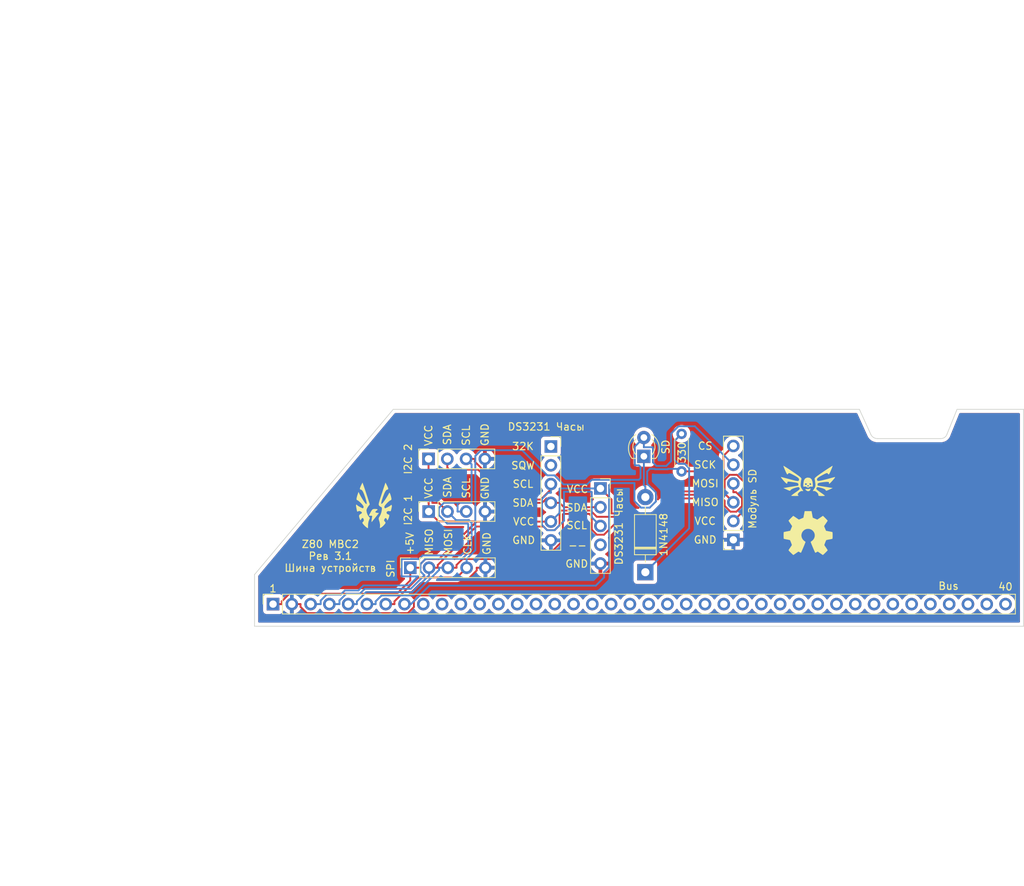
<source format=kicad_pcb>
(kicad_pcb (version 20221018) (generator pcbnew)
  (layers (0 "F.Cu" signal) (31 "B.Cu" signal) (34 "B.Paste" user) (35 "F.Paste" user) (36 "B.SilkS" user "B.Silkscreen") (37 "F.SilkS" user "F.Silkscreen") (38 "B.Mask" user) (39 "F.Mask" user) (44 "Edge.Cuts" user))
  (net 0 "")
  (net 1 "GND")
  (net 2 "+5V")
  (net 3 "Net-(D1-Pad1)")
  (net 4 "RST")
  (net 5 "Net-(D1-Pad2)")
  (net 8 "CSK")
  (net 9 "MISO")
  (net 10 "MOSI")
  (net 11 "SCL")
  (net 12 "SDA")
  (net 13 "RTS")
  (net 14 "TX")
  (net 15 "RX")
  (net 16 "SS")
  (net 17 "A1")
  (net 18 "A2")
  (net 19 "A3")
  (net 20 "A4")
  (net 21 "A5")
  (net 22 "A6")
  (net 23 "A7")
  (net 24 "NMI")
  (net 25 "A8")
  (net 26 "A9")
  (net 27 "A10")
  (net 28 "A11")
  (net 29 "A12")
  (net 30 "A13")
  (net 31 "A14")
  (net 32 "A15")
  (net 33 "IORQ")
  (net 34 "D4")
  (net 35 "D3")
  (net 36 "D5")
  (net 37 "D6")
  (net 38 "D2")
  (net 39 "D7")
  (net 40 "D0")
  (net 41 "D1")
  (net 42 "RD")
  (net 43 "WR")
  (net 44 "A0")
  (footprint "LED_THT:LED_D3.0mm" (layer "F.Cu") (at 109.9 86 90)
    (fp_text reference "D2" hide)
    (fp_text value "SD" (at 1.27 2.96 90) (layer "F.SilkS"))
    (pad "1" thru_hole rect (at 0 0 90) (size 1.8 1.8) (drill 0.9) (layers "*.Cu" "*.Mask") (net 5 "Net-(D1-Pad2)"))
    (pad "2" thru_hole circle (at 2.54 0 90) (size 1.8 1.8) (drill 0.9) (layers "*.Cu" "*.Mask") (net 8 "CSK"))
  )
  (footprint "LOGO" (layer "F.Cu") (at 132.1 89.3)
    (fp_text reference "G***" hide)
    (fp_text value "LOGO" hide)
  )
  (footprint "Diode_THT:D_DO-41_SOD81_P10.16mm_Horizontal" (layer "F.Cu") (at 110.1 101.68 90)
    (fp_text reference "D1" hide)
    (fp_text value "1N4148" (at 5.08 2.47 90) (layer "F.SilkS"))
    (pad "1" thru_hole rect (at 0 0 90) (size 2.2 2.2) (drill 1.1) (layers "*.Cu" "*.Mask") (net 3 "Net-(D1-Pad1)"))
    (pad "2" thru_hole oval (at 10.16 0 90) (size 2.2 2.2) (drill 1.1) (layers "*.Cu" "*.Mask") (net 5 "Net-(D1-Pad2)"))
  )
  (footprint "Connector_PinSocket_2.54mm:PinSocket_1x04_P2.54mm_Vertical_I2C" (layer "F.Cu") (at 80.8 93.475 90)
    (fp_text reference "J4" hide)
    (fp_text value "I2C 1" (at 0.2 -2.78 90) (layer "F.SilkS"))
    (fp_text user "VCC" (at 3.175 0 90 unlocked) (layer "F.SilkS"))
    (fp_text user "SDA" (at 3.3 2.54 90 unlocked) (layer "F.SilkS"))
    (fp_text user "GND" (at 3.175 7.62 90 unlocked) (layer "F.SilkS"))
    (fp_text user "SCL" (at 3.175 5.08 90 unlocked) (layer "F.SilkS"))
    (pad "1" thru_hole rect (at 0 0 90) (size 1.7 1.7) (drill 1) (layers "*.Cu" "*.Mask") (net 2 "+5V"))
    (pad "2" thru_hole oval (at 0 2.54 90) (size 1.7 1.7) (drill 1) (layers "*.Cu" "*.Mask") (net 12 "SDA"))
    (pad "3" thru_hole oval (at 0 5.08 90) (size 1.7 1.7) (drill 1) (layers "*.Cu" "*.Mask") (net 11 "SCL"))
    (pad "4" thru_hole oval (at 0 7.62 90) (size 1.7 1.7) (drill 1) (layers "*.Cu" "*.Mask") (net 1 "GND"))
  )
  (footprint "Resistor_THT:R_Axial_DIN0204_L3.6mm_D1.6mm_P5.08mm_Horizontal" (layer "F.Cu") (at 115 82.96 -90)
    (fp_text reference "R1" hide)
    (fp_text value "330" (at 2.54 -0.05 90) (layer "F.SilkS"))
    (pad "1" thru_hole circle (at 0 0 270) (size 1.4 1.4) (drill 0.7) (layers "*.Cu" "*.Mask") (net 3 "Net-(D1-Pad1)"))
    (pad "2" thru_hole oval (at 5.08 0 270) (size 1.4 1.4) (drill 0.7) (layers "*.Cu" "*.Mask") (net 16 "SS"))
  )
  (footprint "Connector_PinSocket_2.54mm:PinSocket_1x04_P2.54mm_Vertical_I2C" (layer "F.Cu") (at 80.78 86.35 90)
    (fp_text reference "J5" hide)
    (fp_text value "I2C 2" (at -0.025 -2.76 90) (layer "F.SilkS"))
    (fp_text user "GND" (at 3.275 7.62 90 unlocked) (layer "F.SilkS"))
    (fp_text user "VCC" (at 3.175 0 90 unlocked) (layer "F.SilkS"))
    (fp_text user "SCL" (at 3.175 5.08 90 unlocked) (layer "F.SilkS"))
    (fp_text user "SDA" (at 3.275 2.54 90 unlocked) (layer "F.SilkS"))
    (pad "1" thru_hole rect (at 0 0 90) (size 1.7 1.7) (drill 1) (layers "*.Cu" "*.Mask") (net 2 "+5V"))
    (pad "2" thru_hole oval (at 0 2.54 90) (size 1.7 1.7) (drill 1) (layers "*.Cu" "*.Mask") (net 12 "SDA"))
    (pad "3" thru_hole oval (at 0 5.08 90) (size 1.7 1.7) (drill 1) (layers "*.Cu" "*.Mask") (net 11 "SCL"))
    (pad "4" thru_hole oval (at 0 7.62 90) (size 1.7 1.7) (drill 1) (layers "*.Cu" "*.Mask") (net 1 "GND"))
  )
  (footprint "Connector_PinSocket_2.54mm:PinSocket_1x06_P2.54mm_Vertical_SD" (layer "F.Cu") (at 122 97.3 180)
    (fp_text reference "J2" hide)
    (fp_text value "Модуль SD" (at -2.6 5.55 90) (layer "F.SilkS"))
    (fp_text user "VCC" (at 3.81 2.54 unlocked) (layer "F.SilkS"))
    (fp_text user "MOSI" (at 3.81 7.62 unlocked) (layer "F.SilkS"))
    (fp_text user "CS" (at 3.81 12.7 unlocked) (layer "F.SilkS"))
    (fp_text user "GND" (at 3.81 0 unlocked) (layer "F.SilkS"))
    (fp_text user "MISO" (at 3.81 5.08 unlocked) (layer "F.SilkS"))
    (fp_text user "SCK" (at 3.81 10.16 unlocked) (layer "F.SilkS"))
    (pad "1" thru_hole rect (at 0 0 180) (size 1.7 1.7) (drill 1) (layers "*.Cu" "*.Mask") (net 1 "GND"))
    (pad "2" thru_hole oval (at 0 2.54 180) (size 1.7 1.7) (drill 1) (layers "*.Cu" "*.Mask") (net 2 "+5V"))
    (pad "3" thru_hole oval (at 0 5.08 180) (size 1.7 1.7) (drill 1) (layers "*.Cu" "*.Mask") (net 9 "MISO"))
    (pad "4" thru_hole oval (at 0 7.62 180) (size 1.7 1.7) (drill 1) (layers "*.Cu" "*.Mask") (net 10 "MOSI"))
    (pad "5" thru_hole oval (at 0 10.16 180) (size 1.7 1.7) (drill 1) (layers "*.Cu" "*.Mask") (net 8 "CSK"))
    (pad "6" thru_hole oval (at 0 12.7 180) (size 1.7 1.7) (drill 1) (layers "*.Cu" "*.Mask") (net 16 "SS"))
  )
  (footprint "LOGO" (layer "F.Cu") (at 73.4 92.7)
    (fp_text reference "G***" hide)
    (fp_text value "LOGO" hide)
  )
  (footprint "Connector_PinSocket_2.54mm:PinSocket_1x05_P2.54mm_Vertical" (layer "F.Cu") (at 104.025 90.35)
    (fp_text reference "J3" hide)
    (fp_text value "DS3231 Часы" (at 2.5 5.15 90) (layer "F.SilkS"))
    (fp_text user "VCC" (at -3.1 0.1 unlocked) (layer "F.SilkS"))
    (fp_text user "SCL" (at -3.2 5 unlocked) (layer "F.SilkS"))
    (fp_text user "--" (at -3.1 7.7 unlocked) (layer "F.SilkS"))
    (fp_text user "GND" (at -3.2 10.2 unlocked) (layer "F.SilkS"))
    (fp_text user "SDA" (at -3.2 2.6 unlocked) (layer "F.SilkS"))
    (pad "1" thru_hole rect (at 0 0) (size 1.7 1.7) (drill 1) (layers "*.Cu" "*.Mask") (net 2 "+5V"))
    (pad "2" thru_hole oval (at 0 2.54) (size 1.7 1.7) (drill 1) (layers "*.Cu" "*.Mask") (net 12 "SDA"))
    (pad "3" thru_hole oval (at 0 5.08) (size 1.7 1.7) (drill 1) (layers "*.Cu" "*.Mask") (net 11 "SCL"))
    (pad "4" thru_hole oval (at 0 7.62) (size 1.7 1.7) (drill 1) (layers "*.Cu" "*.Mask"))
    (pad "5" thru_hole oval (at 0 10.16) (size 1.7 1.7) (drill 1) (layers "*.Cu" "*.Mask") (net 1 "GND"))
  )
  (footprint "Symbol:OSHW-Symbol_6.7x6mm_SilkScreen" (layer "F.Cu") (at 132.1 96.4)
    (fp_text reference "REF**" hide)
    (fp_text value "OSHW-Symbol_6.7x6mm_SilkScreen" hide)
  )
  (footprint "Connector_PinSocket_2.54mm:PinSocket_1x06_P2.54mm_Vertical_RTC" (layer "F.Cu") (at 97.325 84.675)
    (fp_text reference "J1" hide)
    (fp_text value "DS3231 Часы" (at -0.625 -2.675 180) (layer "F.SilkS"))
    (fp_text user "32K" (at -3.775 -0.025 unlocked) (layer "F.SilkS"))
    (fp_text user "SCL" (at -3.775 5.075 unlocked) (layer "F.SilkS"))
    (fp_text user "SDA" (at -3.775 7.625 unlocked) (layer "F.SilkS"))
    (fp_text user "SQW" (at -3.775 2.575 unlocked) (layer "F.SilkS"))
    (fp_text user "VCC" (at -3.675 10.16 unlocked) (layer "F.SilkS"))
    (fp_text user "GND" (at -3.675 12.675 unlocked) (layer "F.SilkS"))
    (pad "1" thru_hole rect (at 0 0) (size 1.7 1.7) (drill 1) (layers "*.Cu" "*.Mask"))
    (pad "2" thru_hole oval (at 0 2.54) (size 1.7 1.7) (drill 1) (layers "*.Cu" "*.Mask"))
    (pad "3" thru_hole oval (at 0 5.08) (size 1.7 1.7) (drill 1) (layers "*.Cu" "*.Mask") (net 11 "SCL"))
    (pad "4" thru_hole oval (at 0 7.62) (size 1.7 1.7) (drill 1) (layers "*.Cu" "*.Mask") (net 12 "SDA"))
    (pad "5" thru_hole oval (at 0 10.16) (size 1.7 1.7) (drill 1) (layers "*.Cu" "*.Mask") (net 2 "+5V"))
    (pad "6" thru_hole oval (at 0 12.7) (size 1.7 1.7) (drill 1) (layers "*.Cu" "*.Mask") (net 1 "GND"))
  )
  (footprint "Connector_PinSocket_2.54mm:PinSocket_1x05_P2.54mm_Vertical" (layer "F.Cu") (at 78.31 101.075 90)
    (fp_text reference "J6" hide)
    (fp_text value "SPI" (at -0.125 -2.65 90) (layer "F.SilkS"))
    (fp_text user "CLK" (at 3.175 7.75 90 unlocked) (layer "F.SilkS"))
    (fp_text user "GND" (at 3.275 10.35 90 unlocked) (layer "F.SilkS"))
    (fp_text user "MISO" (at 3.475 2.55 90 unlocked) (layer "F.SilkS"))
    (fp_text user "+5V" (at 3.275 -0.05 90 unlocked) (layer "F.SilkS"))
    (fp_text user "MOSI" (at 3.475 5.15 90 unlocked) (layer "F.SilkS"))
    (pad "1" thru_hole rect (at 0 0 90) (size 1.7 1.7) (drill 1) (layers "*.Cu" "*.Mask") (net 2 "+5V"))
    (pad "2" thru_hole oval (at 0 2.54 90) (size 1.7 1.7) (drill 1) (layers "*.Cu" "*.Mask") (net 9 "MISO"))
    (pad "3" thru_hole oval (at 0 5.08 90) (size 1.7 1.7) (drill 1) (layers "*.Cu" "*.Mask") (net 10 "MOSI"))
    (pad "4" thru_hole oval (at 0 7.62 90) (size 1.7 1.7) (drill 1) (layers "*.Cu" "*.Mask") (net 8 "CSK"))
    (pad "5" thru_hole oval (at 0 10.16 90) (size 1.7 1.7) (drill 1) (layers "*.Cu" "*.Mask") (net 1 "GND"))
  )
  (footprint "Connector_PinSocket_2.54mm:PinSocket_1x40_P2.54mm_Vertical" (layer "F.Cu") (at 59.75 106 90)
    (fp_text reference "J10" hide)
    (fp_text value "Bus" (at 2.45 91.35 180) (layer "F.SilkS"))
    (fp_text user "40" (at 2.35 99.05 unlocked) (layer "F.SilkS"))
    (fp_text user "1" (at 2.1 0 unlocked) (layer "F.SilkS"))
    (pad "1" thru_hole rect (at 0 0 90) (size 1.7 1.7) (drill 1) (layers "*.Cu" "*.Mask") (net 2 "+5V"))
    (pad "2" thru_hole oval (at 0 2.54 90) (size 1.7 1.7) (drill 1) (layers "*.Cu" "*.Mask") (net 1 "GND"))
    (pad "3" thru_hole oval (at 0 5.08 90) (size 1.7 1.7) (drill 1) (layers "*.Cu" "*.Mask") (net 11 "SCL"))
    (pad "4" thru_hole oval (at 0 7.62 90) (size 1.7 1.7) (drill 1) (layers "*.Cu" "*.Mask") (net 12 "SDA"))
    (pad "5" thru_hole oval (at 0 10.16 90) (size 1.7 1.7) (drill 1) (layers "*.Cu" "*.Mask") (net 9 "MISO"))
    (pad "6" thru_hole oval (at 0 12.7 90) (size 1.7 1.7) (drill 1) (layers "*.Cu" "*.Mask") (net 10 "MOSI"))
    (pad "7" thru_hole oval (at 0 15.24 90) (size 1.7 1.7) (drill 1) (layers "*.Cu" "*.Mask") (net 8 "CSK"))
    (pad "8" thru_hole oval (at 0 17.78 90) (size 1.7 1.7) (drill 1) (layers "*.Cu" "*.Mask") (net 16 "SS"))
    (pad "9" thru_hole oval (at 0 20.32 90) (size 1.7 1.7) (drill 1) (layers "*.Cu" "*.Mask") (net 4 "RST"))
    (pad "10" thru_hole oval (at 0 22.86 90) (size 1.7 1.7) (drill 1) (layers "*.Cu" "*.Mask") (net 24 "NMI"))
    (pad "11" thru_hole oval (at 0 25.4 90) (size 1.7 1.7) (drill 1) (layers "*.Cu" "*.Mask") (net 44 "A0"))
    (pad "12" thru_hole oval (at 0 27.94 90) (size 1.7 1.7) (drill 1) (layers "*.Cu" "*.Mask") (net 17 "A1"))
    (pad "13" thru_hole oval (at 0 30.48 90) (size 1.7 1.7) (drill 1) (layers "*.Cu" "*.Mask") (net 18 "A2"))
    (pad "14" thru_hole oval (at 0 33.02 90) (size 1.7 1.7) (drill 1) (layers "*.Cu" "*.Mask") (net 19 "A3"))
    (pad "15" thru_hole oval (at 0 35.56 90) (size 1.7 1.7) (drill 1) (layers "*.Cu" "*.Mask") (net 20 "A4"))
    (pad "16" thru_hole oval (at 0 38.1 90) (size 1.7 1.7) (drill 1) (layers "*.Cu" "*.Mask") (net 21 "A5"))
    (pad "17" thru_hole oval (at 0 40.64 90) (size 1.7 1.7) (drill 1) (layers "*.Cu" "*.Mask") (net 22 "A6"))
    (pad "18" thru_hole oval (at 0 43.18 90) (size 1.7 1.7) (drill 1) (layers "*.Cu" "*.Mask") (net 23 "A7"))
    (pad "19" thru_hole oval (at 0 45.72 90) (size 1.7 1.7) (drill 1) (layers "*.Cu" "*.Mask") (net 25 "A8"))
    (pad "20" thru_hole oval (at 0 48.26 90) (size 1.7 1.7) (drill 1) (layers "*.Cu" "*.Mask") (net 26 "A9"))
    (pad "21" thru_hole oval (at 0 50.8 90) (size 1.7 1.7) (drill 1) (layers "*.Cu" "*.Mask") (net 27 "A10"))
    (pad "22" thru_hole oval (at 0 53.34 90) (size 1.7 1.7) (drill 1) (layers "*.Cu" "*.Mask") (net 28 "A11"))
    (pad "23" thru_hole oval (at 0 55.88 90) (size 1.7 1.7) (drill 1) (layers "*.Cu" "*.Mask") (net 29 "A12"))
    (pad "24" thru_hole oval (at 0 58.42 90) (size 1.7 1.7) (drill 1) (layers "*.Cu" "*.Mask") (net 30 "A13"))
    (pad "25" thru_hole oval (at 0 60.96 90) (size 1.7 1.7) (drill 1) (layers "*.Cu" "*.Mask") (net 31 "A14"))
    (pad "26" thru_hole oval (at 0 63.5 90) (size 1.7 1.7) (drill 1) (layers "*.Cu" "*.Mask") (net 32 "A15"))
    (pad "27" thru_hole oval (at 0 66.04 90) (size 1.7 1.7) (drill 1) (layers "*.Cu" "*.Mask") (net 40 "D0"))
    (pad "28" thru_hole oval (at 0 68.58 90) (size 1.7 1.7) (drill 1) (layers "*.Cu" "*.Mask") (net 41 "D1"))
    (pad "29" thru_hole oval (at 0 71.12 90) (size 1.7 1.7) (drill 1) (layers "*.Cu" "*.Mask") (net 38 "D2"))
    (pad "30" thru_hole oval (at 0 73.66 90) (size 1.7 1.7) (drill 1) (layers "*.Cu" "*.Mask") (net 35 "D3"))
    (pad "31" thru_hole oval (at 0 76.2 90) (size 1.7 1.7) (drill 1) (layers "*.Cu" "*.Mask") (net 34 "D4"))
    (pad "32" thru_hole oval (at 0 78.74 90) (size 1.7 1.7) (drill 1) (layers "*.Cu" "*.Mask") (net 36 "D5"))
    (pad "33" thru_hole oval (at 0 81.28 90) (size 1.7 1.7) (drill 1) (layers "*.Cu" "*.Mask") (net 37 "D6"))
    (pad "34" thru_hole oval (at 0 83.82 90) (size 1.7 1.7) (drill 1) (layers "*.Cu" "*.Mask") (net 39 "D7"))
    (pad "35" thru_hole oval (at 0 86.36 90) (size 1.7 1.7) (drill 1) (layers "*.Cu" "*.Mask") (net 13 "RTS"))
    (pad "36" thru_hole oval (at 0 88.9 90) (size 1.7 1.7) (drill 1) (layers "*.Cu" "*.Mask") (net 14 "TX"))
    (pad "37" thru_hole oval (at 0 91.44 90) (size 1.7 1.7) (drill 1) (layers "*.Cu" "*.Mask") (net 15 "RX"))
    (pad "38" thru_hole oval (at 0 93.98 90) (size 1.7 1.7) (drill 1) (layers "*.Cu" "*.Mask") (net 42 "RD"))
    (pad "39" thru_hole oval (at 0 96.52 90) (size 1.7 1.7) (drill 1) (layers "*.Cu" "*.Mask") (net 43 "WR"))
    (pad "40" thru_hole oval (at 0 99.06 90) (size 1.7 1.7) (drill 1) (layers "*.Cu" "*.Mask") (net 33 "IORQ"))
  )
  (gr_line (start 161.25 109) (end 161.25 79.65) (stroke (width 0.1)) (layer "Edge.Cuts"))
  (gr_arc (start 141.45 83.599999) (mid 140.93662 83.438666) (end 140.589207 83.027703) (stroke (width 0.1)) (layer "Edge.Cuts"))
  (gr_line (start 139.05 79.65) (end 76 79.65) (stroke (width 0.1)) (layer "Edge.Cuts"))
  (gr_line (start 161.25 79.65) (end 152.25 79.65) (stroke (width 0.1)) (layer "Edge.Cuts"))
  (gr_line (start 57.25 102) (end 57.25 109) (stroke (width 0.1)) (layer "Edge.Cuts"))
  (gr_arc (start 150.886972 83.014976) (mid 150.565238 83.445907) (end 150.05 83.6) (stroke (width 0.1)) (layer "Edge.Cuts"))
  (gr_line (start 150.886972 83.014976) (end 152.25 79.65) (stroke (width 0.1)) (layer "Edge.Cuts"))
  (gr_line (start 139.05 79.65) (end 140.589207 83.027703) (stroke (width 0.1)) (layer "Edge.Cuts"))
  (gr_line (start 141.45 83.6) (end 150.05 83.6) (stroke (width 0.1)) (layer "Edge.Cuts"))
  (gr_line (start 57.25 109) (end 161.25 109) (stroke (width 0.1)) (layer "Edge.Cuts"))
  (gr_line (start 76 79.65) (end 57.25 102) (stroke (width 0.1)) (layer "Edge.Cuts"))
  (gr_text "Z80 MBC2\nРев 3.1\nШина устройств" (at 67.5 99.5) (layer "F.SilkS") (effects (font (size 1 1))))
  (segment (start 62.29 106) (end 63.4653 106) (width 0.25) (layer "F.Cu") (net 1))
  (segment (start 105.2003 100.51) (end 108.4103 97.3) (width 0.25) (layer "F.Cu") (net 1))
  (segment (start 78.8 105.6078) (end 79.5831 104.8247) (width 0.25) (layer "F.Cu") (net 1))
  (segment (start 104.025 100.51) (end 105.2003 100.51) (width 0.25) (layer "F.Cu") (net 1))
  (segment (start 77.9787 107.22) (end 78.8 106.3987) (width 0.25) (layer "F.Cu") (net 1))
  (segment (start 63.4653 106) (end 63.4653 106.3673) (width 0.25) (layer "F.Cu") (net 1))
  (segment (start 88.47 101.075) (end 87.2947 101.075) (width 0.25) (layer "F.Cu") (net 1))
  (segment (start 83.9123 104.8247) (end 87.2947 101.4423) (width 0.25) (layer "F.Cu") (net 1))
  (segment (start 78.8 106.3987) (end 78.8 105.6078) (width 0.25) (layer "F.Cu") (net 1))
  (segment (start 87.2947 101.4423) (end 87.2947 101.075) (width 0.25) (layer "F.Cu") (net 1))
  (segment (start 64.318 107.22) (end 77.9787 107.22) (width 0.25) (layer "F.Cu") (net 1))
  (segment (start 63.4653 106.3673) (end 64.318 107.22) (width 0.25) (layer "F.Cu") (net 1))
  (segment (start 79.5831 104.8247) (end 83.9123 104.8247) (width 0.25) (layer "F.Cu") (net 1))
  (segment (start 108.4103 97.3) (end 122 97.3) (width 0.25) (layer "F.Cu") (net 1))
  (segment (start 88.42 93.475) (end 88.42 92.2997) (width 0.25) (layer "B.Cu") (net 1))
  (segment (start 104.025 100.51) (end 102.8497 100.51) (width 0.25) (layer "B.Cu") (net 1))
  (segment (start 88.4 92.2797) (end 88.4 86.35) (width 0.25) (layer "B.Cu") (net 1))
  (segment (start 88.47 99.8997) (end 88.47 97.4125) (width 0.25) (layer "B.Cu") (net 1))
  (segment (start 102.8497 100.51) (end 99.7147 97.375) (width 0.25) (layer "B.Cu") (net 1))
  (segment (start 96.1122 97.4125) (end 88.47 97.4125) (width 0.25) (layer "B.Cu") (net 1))
  (segment (start 97.325 97.375) (end 96.1497 97.375) (width 0.25) (layer "B.Cu") (net 1))
  (segment (start 99.7147 97.375) (end 97.325 97.375) (width 0.25) (layer "B.Cu") (net 1))
  (segment (start 96.1497 97.375) (end 96.1122 97.4125) (width 0.25) (layer "B.Cu") (net 1))
  (segment (start 88.47 97.4125) (end 88.42 97.3625) (width 0.25) (layer "B.Cu") (net 1))
  (segment (start 88.42 97.3625) (end 88.42 93.475) (width 0.25) (layer "B.Cu") (net 1))
  (segment (start 88.42 92.2997) (end 88.4 92.2797) (width 0.25) (layer "B.Cu") (net 1))
  (segment (start 88.47 101.075) (end 88.47 99.8997) (width 0.25) (layer "B.Cu") (net 1))
  (segment (start 87.198641 94.898641) (end 84.031141 98.066141) (width 0.25) (layer "F.Cu") (net 2))
  (segment (start 120.64952 90.75048) (end 120.825489 90.574511) (width 0.25) (layer "F.Cu") (net 2))
  (segment (start 87.262282 94.835) (end 97.325 94.835) (width 0.25) (layer "F.Cu") (net 2))
  (segment (start 59.75 106) (end 60.9253 106) (width 0.25) (layer "F.Cu") (net 2))
  (segment (start 80.8 92.2997) (end 80.78 92.2797) (width 0.25) (layer "F.Cu") (net 2))
  (segment (start 79.675489 100.588501) (end 80.363501 99.900489) (width 0.25) (layer "F.Cu") (net 2))
  (segment (start 120.825489 89.193501) (end 121.513501 88.505489) (width 0.25) (layer "F.Cu") (net 2))
  (segment (start 123.6463 89.66529) (end 123.6463 93.1137) (width 0.25) (layer "F.Cu") (net 2))
  (segment (start 121.513501 88.505489) (end 122.486499 88.505489) (width 0.25) (layer "F.Cu") (net 2))
  (segment (start 123.6463 93.1137) (end 122 94.76) (width 0.25) (layer "F.Cu") (net 2))
  (segment (start 104.025 90.35) (end 105.53458 91.85958) (width 0.25) (layer "F.Cu") (net 2))
  (segment (start 76.5 104.6) (end 78.31 102.79) (width 0.25) (layer "F.Cu") (net 2))
  (segment (start 105.53458 91.85958) (end 105.53458 93.73458) (width 0.25) (layer "F.Cu") (net 2))
  (segment (start 87.1 94.8) (end 87.198641 94.898641) (width 0.25) (layer "F.Cu") (net 2))
  (segment (start 80.8 93.475) (end 82.125 94.8) (width 0.25) (layer "F.Cu") (net 2))
  (segment (start 82.196793 99.900489) (end 84.031141 98.066141) (width 0.25) (layer "F.Cu") (net 2))
  (segment (start 60.9253 106) (end 60.9253 105.6327) (width 0.25) (layer "F.Cu") (net 2))
  (segment (start 79.675489 101.075) (end 79.675489 100.588501) (width 0.25) (layer "F.Cu") (net 2))
  (segment (start 84.031141 98.066141) (end 87.262282 94.835) (width 0.25) (layer "F.Cu") (net 2))
  (segment (start 80.363501 99.900489) (end 82.196793 99.900489) (width 0.25) (layer "F.Cu") (net 2))
  (segment (start 78.31 101.075) (end 79.675489 101.075) (width 0.25) (layer "F.Cu") (net 2))
  (segment (start 80.8 93.475) (end 80.8 92.2997) (width 0.25) (layer "F.Cu") (net 2))
  (segment (start 110.96762 93.73458) (end 113.951721 90.75048) (width 0.25) (layer "F.Cu") (net 2))
  (segment (start 78.31 102.79) (end 78.31 101.075) (width 0.25) (layer "F.Cu") (net 2))
  (segment (start 80.78 92.2797) (end 80.78 86.35) (width 0.25) (layer "F.Cu") (net 2))
  (segment (start 61.958 104.6) (end 76.5 104.6) (width 0.25) (layer "F.Cu") (net 2))
  (segment (start 113.951721 90.75048) (end 120.64952 90.75048) (width 0.25) (layer "F.Cu") (net 2))
  (segment (start 122.486499 88.505489) (end 123.6463 89.66529) (width 0.25) (layer "F.Cu") (net 2))
  (segment (start 82.125 94.8) (end 87.1 94.8) (width 0.25) (layer "F.Cu") (net 2))
  (segment (start 60.9253 105.6327) (end 61.958 104.6) (width 0.25) (layer "F.Cu") (net 2))
  (segment (start 120.825489 90.574511) (end 120.825489 89.193501) (width 0.25) (layer "F.Cu") (net 2))
  (segment (start 105.53458 93.73458) (end 110.96762 93.73458) (width 0.25) (layer "F.Cu") (net 2))
  (segment (start 97.325 94.835) (end 98.499511 93.660489) (width 0.25) (layer "B.Cu") (net 2))
  (segment (start 98.499511 90.399511) (end 98.549022 90.35) (width 0.25) (layer "B.Cu") (net 2))
  (segment (start 98.499511 93.660489) (end 98.499511 90.399511) (width 0.25) (layer "B.Cu") (net 2))
  (segment (start 98.549022 90.35) (end 104.025 90.35) (width 0.25) (layer "B.Cu") (net 2))
  (segment (start 114.02952 86.469376) (end 114.575633 87.015489) (width 0.25) (layer "B.Cu") (net 3))
  (segment (start 116.024511 95.755489) (end 110.1 101.68) (width 0.25) (layer "B.Cu") (net 3))
  (segment (start 114.575633 87.015489) (end 115.424367 87.015489) (width 0.25) (layer "B.Cu") (net 3))
  (segment (start 115 82.96) (end 114.02952 83.93048) (width 0.25) (layer "B.Cu") (net 3))
  (segment (start 115.424367 87.015489) (end 116.024511 87.615633) (width 0.25) (layer "B.Cu") (net 3))
  (segment (start 114.02952 83.93048) (end 114.02952 86.469376) (width 0.25) (layer "B.Cu") (net 3))
  (segment (start 116.024511 87.615633) (end 116.024511 95.755489) (width 0.25) (layer "B.Cu") (net 3))
  (segment (start 110.1 90.0947) (end 109.9 89.8947) (width 0.25) (layer "B.Cu") (net 5))
  (segment (start 109.9 89.8947) (end 109.9 86) (width 0.25) (layer "B.Cu") (net 5))
  (segment (start 110.1 91.52) (end 110.1 90.0947) (width 0.25) (layer "B.Cu") (net 5))
  (segment (start 84.6068 102.3982) (end 85.93 101.075) (width 0.25) (layer "F.Cu") (net 8))
  (segment (start 74.99 106) (end 76.1653 106) (width 0.25) (layer "F.Cu") (net 8))
  (segment (start 79.3998 102.3982) (end 84.6068 102.3982) (width 0.25) (layer "F.Cu") (net 8))
  (segment (start 76.1653 105.6327) (end 79.3998 102.3982) (width 0.25) (layer "F.Cu") (net 8))
  (segment (start 76.1653 106) (end 76.1653 105.6327) (width 0.25) (layer "F.Cu") (net 8))
  (segment (start 113.58 82.931122) (end 114.575633 81.935489) (width 0.25) (layer "B.Cu") (net 8))
  (segment (start 108.675489 84.684511) (end 109.9 83.46) (width 0.25) (layer "B.Cu") (net 8))
  (segment (start 109.9 84.775489) (end 111.124511 84.775489) (width 0.25) (layer "B.Cu") (net 8))
  (segment (start 112.935573 87.3) (end 113.58 86.655573) (width 0.25) (layer "B.Cu") (net 8))
  (segment (start 116.795489 81.935489) (end 122 87.14) (width 0.25) (layer "B.Cu") (net 8))
  (segment (start 109.9 83.46) (end 109.9 84.775489) (width 0.25) (layer "B.Cu") (net 8))
  (segment (start 102.225978 89.8) (end 102.850489 89.175489) (width 0.25) (layer "B.Cu") (net 8))
  (segment (start 111.124511 86.824511) (end 111.6 87.3) (width 0.25) (layer "B.Cu") (net 8))
  (segment (start 96.838501 88.580489) (end 97.811499 88.580489) (width 0.25) (layer "B.Cu") (net 8))
  (segment (start 85.93 101.075) (end 85.93 99.8997) (width 0.25) (layer "B.Cu") (net 8))
  (segment (start 108.675489 87.224511) (end 108.675489 84.684511) (width 0.25) (layer "B.Cu") (net 8))
  (segment (start 111.124511 84.775489) (end 111.124511 86.824511) (width 0.25) (layer "B.Cu") (net 8))
  (segment (start 85.93 99.8997) (end 87.1053 98.7244) (width 0.25) (layer "B.Cu") (net 8))
  (segment (start 109.45048 88.94952) (end 109.45048 87.45048) (width 0.25) (layer "B.Cu") (net 8))
  (segment (start 102.850489 89.175489) (end 109.224511 89.175489) (width 0.25) (layer "B.Cu") (net 8))
  (segment (start 109.224511 87.224511) (end 108.675489 87.224511) (width 0.25) (layer "B.Cu") (net 8))
  (segment (start 109.45048 87.45048) (end 109.224511 87.224511) (width 0.25) (layer "B.Cu") (net 8))
  (segment (start 97.811499 88.580489) (end 99.03101 89.8) (width 0.25) (layer "B.Cu") (net 8))
  (segment (start 93.433501 85.175489) (end 96.838501 88.580489) (width 0.25) (layer "B.Cu") (net 8))
  (segment (start 99.03101 89.8) (end 102.225978 89.8) (width 0.25) (layer "B.Cu") (net 8))
  (segment (start 87.1053 85.9534) (end 87.883211 85.175489) (width 0.25) (layer "B.Cu") (net 8))
  (segment (start 111.6 87.3) (end 112.935573 87.3) (width 0.25) (layer "B.Cu") (net 8))
  (segment (start 114.575633 81.935489) (end 116.795489 81.935489) (width 0.25) (layer "B.Cu") (net 8))
  (segment (start 113.58 86.655573) (end 113.58 82.931122) (width 0.25) (layer "B.Cu") (net 8))
  (segment (start 87.883211 85.175489) (end 93.433501 85.175489) (width 0.25) (layer "B.Cu") (net 8))
  (segment (start 87.1053 98.7244) (end 87.1053 85.9534) (width 0.25) (layer "B.Cu") (net 8))
  (segment (start 109.224511 89.175489) (end 109.45048 88.94952) (width 0.25) (layer "B.Cu") (net 8))
  (segment (start 97.811499 96.009511) (end 98.499511 95.321499) (width 0.25) (layer "F.Cu") (net 9))
  (segment (start 82.0253 100.7077) (end 87.233 95.5) (width 0.25) (layer "F.Cu") (net 9))
  (segment (start 80.85 101.075) (end 82.0253 101.075) (width 0.25) (layer "F.Cu") (net 9))
  (segment (start 87.233 95.5) (end 96.32899 95.5) (width 0.25) (layer "F.Cu") (net 9))
  (segment (start 103.53056 94.1841) (end 111.153818 94.1841) (width 0.25) (layer "F.Cu") (net 9))
  (segment (start 111.153818 94.1841) (end 114.137918 91.2) (width 0.25) (layer "F.Cu") (net 9))
  (segment (start 98.66048 93.33952) (end 102.68598 93.33952) (width 0.25) (layer "F.Cu") (net 9))
  (segment (start 96.32899 95.5) (end 96.838501 96.009511) (width 0.25) (layer "F.Cu") (net 9))
  (segment (start 98.499511 95.321499) (end 98.499511 93.500489) (width 0.25) (layer "F.Cu") (net 9))
  (segment (start 96.838501 96.009511) (end 97.811499 96.009511) (width 0.25) (layer "F.Cu") (net 9))
  (segment (start 114.137918 91.2) (end 120.98 91.2) (width 0.25) (layer "F.Cu") (net 9))
  (segment (start 82.0253 101.075) (end 82.0253 100.7077) (width 0.25) (layer "F.Cu") (net 9))
  (segment (start 120.98 91.2) (end 122 92.22) (width 0.25) (layer "F.Cu") (net 9))
  (segment (start 102.68598 93.33952) (end 103.53056 94.1841) (width 0.25) (layer "F.Cu") (net 9))
  (segment (start 98.499511 93.500489) (end 98.66048 93.33952) (width 0.25) (layer "F.Cu") (net 9))
  (segment (start 69.91 106) (end 71.0853 106) (width 0.25) (layer "B.Cu") (net 9))
  (segment (start 71.0853 106) (end 71.0853 105.6327) (width 0.25) (layer "B.Cu") (net 9))
  (segment (start 80.85 102.101582) (end 80.85 101.075) (width 0.25) (layer "B.Cu") (net 9))
  (segment (start 72.34282 104.37518) (end 78.576402 104.37518) (width 0.25) (layer "B.Cu") (net 9))
  (segment (start 71.0853 105.6327) (end 72.34282 104.37518) (width 0.25) (layer "B.Cu") (net 9))
  (segment (start 78.576402 104.37518) (end 80.85 102.101582) (width 0.25) (layer "B.Cu") (net 9))
  (segment (start 102.850489 95.916499) (end 103.538501 96.604511) (width 0.25) (layer "F.Cu") (net 10))
  (segment (start 98.949031 97.411979) (end 98.949031 93.850969) (width 0.25) (layer "F.Cu") (net 10))
  (segment (start 104.511499 96.604511) (end 106.48239 94.63362) (width 0.25) (layer "F.Cu") (net 10))
  (segment (start 102.499782 93.78904) (end 102.850489 94.139747) (width 0.25) (layer "F.Cu") (net 10))
  (segment (start 96.46131 99.8997) (end 98.949031 97.411979) (width 0.25) (layer "F.Cu") (net 10))
  (segment (start 120.5 91.7) (end 120.825489 92.025489) (width 0.25) (layer "F.Cu") (net 10))
  (segment (start 123.1753 92.7295) (end 123.1753 91.6632) (width 0.25) (layer "F.Cu") (net 10))
  (segment (start 98.949031 93.850969) (end 99.01096 93.78904) (width 0.25) (layer "F.Cu") (net 10))
  (segment (start 122.4148 93.49) (end 123.1753 92.7295) (width 0.25) (layer "F.Cu") (net 10))
  (segment (start 102.850489 94.139747) (end 102.850489 95.916499) (width 0.25) (layer "F.Cu") (net 10))
  (segment (start 85.3732 99.8997) (end 96.46131 99.8997) (width 0.25) (layer "F.Cu") (net 10))
  (segment (start 120.825489 92.025489) (end 120.825489 92.706499) (width 0.25) (layer "F.Cu") (net 10))
  (segment (start 111.340016 94.63362) (end 114.273636 91.7) (width 0.25) (layer "F.Cu") (net 10))
  (segment (start 106.48239 94.63362) (end 111.340016 94.63362) (width 0.25) (layer "F.Cu") (net 10))
  (segment (start 99.01096 93.78904) (end 102.499782 93.78904) (width 0.25) (layer "F.Cu") (net 10))
  (segment (start 114.273636 91.7) (end 120.5 91.7) (width 0.25) (layer "F.Cu") (net 10))
  (segment (start 123.1753 91.6632) (end 122.3674 90.8553) (width 0.25) (layer "F.Cu") (net 10))
  (segment (start 122 90.8553) (end 122 89.68) (width 0.25) (layer "F.Cu") (net 10))
  (segment (start 83.39 101.075) (end 84.5653 101.075) (width 0.25) (layer "F.Cu") (net 10))
  (segment (start 84.5653 100.7076) (end 85.3732 99.8997) (width 0.25) (layer "F.Cu") (net 10))
  (segment (start 120.825489 92.706499) (end 121.60899 93.49) (width 0.25) (layer "F.Cu") (net 10))
  (segment (start 121.60899 93.49) (end 122.4148 93.49) (width 0.25) (layer "F.Cu") (net 10))
  (segment (start 103.538501 96.604511) (end 104.511499 96.604511) (width 0.25) (layer "F.Cu") (net 10))
  (segment (start 84.5653 101.075) (end 84.5653 100.7076) (width 0.25) (layer "F.Cu") (net 10))
  (segment (start 122.3674 90.8553) (end 122 90.8553) (width 0.25) (layer "F.Cu") (net 10))
  (segment (start 82.2147 101.3726) (end 82.2147 101.075) (width 0.25) (layer "B.Cu") (net 10))
  (segment (start 72.45 106) (end 73.6253 106) (width 0.25) (layer "B.Cu") (net 10))
  (segment (start 78.7626 104.8247) (end 82.2147 101.3726) (width 0.25) (layer "B.Cu") (net 10))
  (segment (start 83.39 101.075) (end 82.2147 101.075) (width 0.25) (layer "B.Cu") (net 10))
  (segment (start 74.4332 104.8247) (end 78.7626 104.8247) (width 0.25) (layer "B.Cu") (net 10))
  (segment (start 73.6253 106) (end 73.6253 105.6326) (width 0.25) (layer "B.Cu") (net 10))
  (segment (start 73.6253 105.6326) (end 74.4332 104.8247) (width 0.25) (layer "B.Cu") (net 10))
  (segment (start 85.86 86.35) (end 87.0353 86.35) (width 0.25) (layer "F.Cu") (net 11))
  (segment (start 92.16348 91.84548) (end 95.95452 91.84548) (width 0.25) (layer "F.Cu") (net 11))
  (segment (start 87.0353 86.35) (end 87.0353 86.7173) (width 0.25) (layer "F.Cu") (net 11))
  (segment (start 87.0353 86.7173) (end 92.16348 91.84548) (width 0.25) (layer "F.Cu") (net 11))
  (segment (start 97.325 90.475) (end 97.325 89.755) (width 0.25) (layer "F.Cu") (net 11))
  (segment (start 95.95452 91.84548) (end 97.325 90.475) (width 0.25) (layer "F.Cu") (net 11))
  (segment (start 85.147784 99.41048) (end 86.15048 98.407784) (width 0.25) (layer "B.Cu") (net 11))
  (segment (start 86.6 92.2872) (end 83.8822 92.2872) (width 0.25) (layer "B.Cu") (net 11))
  (segment (start 84.7047 92.3047) (end 84.7047 93.475) (width 0.25) (layer "B.Cu") (net 11))
  (segment (start 86.15048 98.407784) (end 86.15048 95.186198) (width 0.25) (layer "B.Cu") (net 11))
  (segment (start 97.811499 96.009511) (end 99.1 94.72101) (width 0.25) (layer "B.Cu") (net 11))
  (segment (start 97.325 90.9303) (end 96.9577 90.9303) (width 0.25) (layer "B.Cu") (net 11))
  (segment (start 79.97452 99.41048) (end 85.147784 99.41048) (width 0.25) (layer "B.Cu") (net 11))
  (segment (start 96.1116 95.28261) (end 96.838501 96.009511) (width 0.25) (layer "B.Cu") (net 11))
  (segment (start 67.00899 104.7) (end 68.913272 104.7) (width 0.25) (layer "B.Cu") (net 11))
  (segment (start 96.838501 96.009511) (end 97.811499 96.009511) (width 0.25) (layer "B.Cu") (net 11))
  (segment (start 77.135489 102.249511) (end 77.135489 99.900489) (width 0.25) (layer "B.Cu") (net 11))
  (segment (start 82.165489 92.988501) (end 82.86679 92.2872) (width 0.25) (layer "B.Cu") (net 11))
  (segment (start 79.350489 102.249511) (end 77.135489 102.249511) (width 0.25) (layer "B.Cu") (net 11))
  (segment (start 102.850489 94.255489) (end 104.025 95.43) (width 0.25) (layer "B.Cu") (net 11))
  (segment (start 102.850489 90.850489) (end 102.850489 94.255489) (width 0.25) (layer "B.Cu") (net 11))
  (segment (start 66.195489 106) (end 66.195489 105.513501) (width 0.25) (layer "B.Cu") (net 11))
  (segment (start 85.86 86.35) (end 86.6 87.09) (width 0.25) (layer "B.Cu") (net 11))
  (segment (start 82.165489 93.961499) (end 82.165489 92.988501) (width 0.25) (layer "B.Cu") (net 11))
  (segment (start 84.7047 93.475) (end 85.88 93.475) (width 0.25) (layer "B.Cu") (net 11))
  (segment (start 97.325 89.755) (end 97.325 90.9303) (width 0.25) (layer "B.Cu") (net 11))
  (segment (start 82.86679 92.2872) (end 83.8822 92.2872) (width 0.25) (layer "B.Cu") (net 11))
  (segment (start 71.970426 103.47614) (end 78.12386 103.47614) (width 0.25) (layer "B.Cu") (net 11))
  (segment (start 96.9577 90.9303) (end 96.1116 91.7764) (width 0.25) (layer "B.Cu") (net 11))
  (segment (start 86.063313 95.099031) (end 83.303021 95.099031) (width 0.25) (layer "B.Cu") (net 11))
  (segment (start 77.135489 99.900489) (end 79.484511 99.900489) (width 0.25) (layer "B.Cu") (net 11))
  (segment (start 99.1 94.72101) (end 99.1 90.79952) (width 0.25) (layer "B.Cu") (net 11))
  (segment (start 96.1116 91.7764) (end 96.1116 95.28261) (width 0.25) (layer "B.Cu") (net 11))
  (segment (start 99.1 90.79952) (end 102.79952 90.79952) (width 0.25) (layer "B.Cu") (net 11))
  (segment (start 68.913272 104.7) (end 69.462793 104.15048) (width 0.25) (layer "B.Cu") (net 11))
  (segment (start 78.12386 103.47614) (end 79.350489 102.249511) (width 0.25) (layer "B.Cu") (net 11))
  (segment (start 83.303021 95.099031) (end 82.165489 93.961499) (width 0.25) (layer "B.Cu") (net 11))
  (segment (start 66.195489 105.513501) (end 67.00899 104.7) (width 0.25) (layer "B.Cu") (net 11))
  (segment (start 79.484511 99.900489) (end 79.97452 99.41048) (width 0.25) (layer "B.Cu") (net 11))
  (segment (start 71.296085 104.15048) (end 71.970426 103.47614) (width 0.25) (layer "B.Cu") (net 11))
  (segment (start 86.15048 95.186198) (end 86.063313 95.099031) (width 0.25) (layer "B.Cu") (net 11))
  (segment (start 64.83 106) (end 66.195489 106) (width 0.25) (layer "B.Cu") (net 11))
  (segment (start 69.462793 104.15048) (end 71.296085 104.15048) (width 0.25) (layer "B.Cu") (net 11))
  (segment (start 86.6 87.09) (end 86.6 92.2872) (width 0.25) (layer "B.Cu") (net 11))
  (segment (start 102.79952 90.79952) (end 102.850489 90.850489) (width 0.25) (layer "B.Cu") (net 11))
  (segment (start 83.32 87.52) (end 83.6 87.8) (width 0.25) (layer "F.Cu") (net 12))
  (segment (start 97.325 92.295) (end 96.732859 91.702859) (width 0.25) (layer "F.Cu") (net 12))
  (segment (start 83.6 87.8) (end 81.7 87.8) (width 0.25) (layer "F.Cu") (net 12))
  (segment (start 104.025 92.89) (end 102.8497 92.89) (width 0.25) (layer "F.Cu") (net 12))
  (segment (start 87.482282 87.8) (end 83.6 87.8) (width 0.25) (layer "F.Cu") (net 12))
  (segment (start 96.732859 91.702859) (end 96.140717 92.295) (width 0.25) (layer "F.Cu") (net 12))
  (segment (start 97.325 92.295) (end 98.5003 92.295) (width 0.25) (layer "F.Cu") (net 12))
  (segment (start 83.32 86.35) (end 83.32 87.52) (width 0.25) (layer "F.Cu") (net 12))
  (segment (start 81.7 87.8) (end 81.3 88.2) (width 0.25) (layer "F.Cu") (net 12))
  (segment (start 99.0953 92.89) (end 102.8497 92.89) (width 0.25) (layer "F.Cu") (net 12))
  (segment (start 96.140717 92.295) (end 91.977282 92.295) (width 0.25) (layer "F.Cu") (net 12))
  (segment (start 98.5003 92.295) (end 99.0953 92.89) (width 0.25) (layer "F.Cu") (net 12))
  (segment (start 82.165489 92.300489) (end 83.34 93.475) (width 0.25) (layer "F.Cu") (net 12))
  (segment (start 91.977282 92.295) (end 87.482282 87.8) (width 0.25) (layer "F.Cu") (net 12))
  (segment (start 81.3 88.267) (end 81.3 92.300489) (width 0.25) (layer "F.Cu") (net 12))
  (segment (start 81.3 92.300489) (end 82.165489 92.300489) (width 0.25) (layer "F.Cu") (net 12))
  (segment (start 68.735489 105.513501) (end 69.64899 104.6) (width 0.25) (layer "B.Cu") (net 12))
  (segment (start 86.6 95) (end 86.249511 94.649511) (width 0.25) (layer "B.Cu") (net 12))
  (segment (start 79.675489 101.561499) (end 79.675489 100.588501) (width 0.25) (layer "B.Cu") (net 12))
  (segment (start 80.40399 99.86) (end 85.48048 99.86) (width 0.25) (layer "B.Cu") (net 12))
  (segment (start 71.482282 104.6) (end 72.156623 103.92566) (width 0.25) (layer "B.Cu") (net 12))
  (segment (start 84.514511 94.649511) (end 83.34 93.475) (width 0.25) (layer "B.Cu") (net 12))
  (segment (start 80.214927 102.100937) (end 79.675489 101.561499) (width 0.25) (layer "B.Cu") (net 12))
  (segment (start 85.48048 99.713502) (end 86.6 98.593982) (width 0.25) (layer "B.Cu") (net 12))
  (segment (start 68.735489 106) (end 68.735489 105.513501) (width 0.25) (layer "B.Cu") (net 12))
  (segment (start 72.156623 103.92566) (end 78.390204 103.92566) (width 0.25) (layer "B.Cu") (net 12))
  (segment (start 78.390204 103.92566) (end 80.214927 102.100937) (width 0.25) (layer "B.Cu") (net 12))
  (segment (start 85.48048 99.86) (end 85.48048 99.713502) (width 0.25) (layer "B.Cu") (net 12))
  (segment (start 67.37 106) (end 68.735489 106) (width 0.25) (layer "B.Cu") (net 12))
  (segment (start 86.249511 94.649511) (end 84.514511 94.649511) (width 0.25) (layer "B.Cu") (net 12))
  (segment (start 69.64899 104.6) (end 71.482282 104.6) (width 0.25) (layer "B.Cu") (net 12))
  (segment (start 79.675489 100.588501) (end 80.40399 99.86) (width 0.25) (layer "B.Cu") (net 12))
  (segment (start 86.6 98.593982) (end 86.6 95) (width 0.25) (layer "B.Cu") (net 12))
  (segment (start 120.66362 88.03638) (end 115.00362 88.03638) (width 0.25) (layer "F.Cu") (net 16))
  (segment (start 122 84.6) (end 120.66362 85.93638) (width 0.25) (layer "F.Cu") (net 16))
  (segment (start 115.00362 88.03638) (end 115 88.04) (width 0.25) (layer "F.Cu") (net 16))
  (segment (start 120.66362 85.93638) (end 120.66362 88.03638) (width 0.25) (layer "F.Cu") (net 16))
  (segment (start 110.690053 92.944511) (end 109.509947 92.944511) (width 0.25) (layer "B.Cu") (net 16))
  (segment (start 105.474991 89.625009) (end 105.199511 89.900489) (width 0.25) (layer "B.Cu") (net 16))
  (segment (start 113.171291 87.7) (end 113.12177 87.74952) (width 0.25) (layer "B.Cu") (net 16))
  (segment (start 111.524511 92.110053) (end 110.690053 92.944511) (width 0.25) (layer "B.Cu") (net 16))
  (segment (start 103.4 103.5) (end 80.8967 103.5) (width 0.25) (layer "B.Cu") (net 16))
  (segment (start 104.511499 101.684511) (end 104.511499 102.388501) (width 0.25) (layer "B.Cu") (net 16))
  (segment (start 109.509947 92.944511) (end 108.625009 92.059573) (width 0.25) (layer "B.Cu") (net 16))
  (segment (start 80.8967 103.5) (end 78.3967 106) (width 0.25) (layer "B.Cu") (net 16))
  (segment (start 110.34952 88.05048) (end 110.34952 89.7) (width 0.25) (layer "B.Cu") (net 16))
  (segment (start 114.66 87.7) (end 113.171291 87.7) (width 0.25) (layer "B.Cu") (net 16))
  (segment (start 111.364283 87.7) (end 110.7 87.7) (width 0.25) (layer "B.Cu") (net 16))
  (segment (start 105.199511 89.900489) (end 105.199511 100.996499) (width 0.25) (layer "B.Cu") (net 16))
  (segment (start 111.413803 87.74952) (end 111.364283 87.7) (width 0.25) (layer "B.Cu") (net 16))
  (segment (start 111.524511 90.874991) (end 111.524511 92.110053) (width 0.25) (layer "B.Cu") (net 16))
  (segment (start 78.3967 106) (end 77.53 106) (width 0.25) (layer "B.Cu") (net 16))
  (segment (start 113.12177 87.74952) (end 111.413803 87.74952) (width 0.25) (layer "B.Cu") (net 16))
  (segment (start 105.199511 100.996499) (end 104.511499 101.684511) (width 0.25) (layer "B.Cu") (net 16))
  (segment (start 108.625009 89.625009) (end 105.474991 89.625009) (width 0.25) (layer "B.Cu") (net 16))
  (segment (start 108.625009 92.059573) (end 108.625009 89.625009) (width 0.25) (layer "B.Cu") (net 16))
  (segment (start 110.7 87.7) (end 110.34952 88.05048) (width 0.25) (layer "B.Cu") (net 16))
  (segment (start 115 88.04) (end 114.66 87.7) (width 0.25) (layer "B.Cu") (net 16))
  (segment (start 104.511499 102.388501) (end 103.4 103.5) (width 0.25) (layer "B.Cu") (net 16))
  (segment (start 110.34952 89.7) (end 111.524511 90.874991) (width 0.25) (layer "B.Cu") (net 16))
  (zone (net 1) (net_name "GND") (layers "F&B.Cu") (connect_pads (clearance 0.5)) (min_thickness 0.254) (fill yes (thermal_gap 0.508) (thermal_bridge_width 0.508))
    (polygon (pts (xy 161.1 108.8) (xy 57.4 108.8) (xy 57.4 102.1) (xy 76.1 79.9) (xy 161.1 79.8)))
  )
)
</source>
